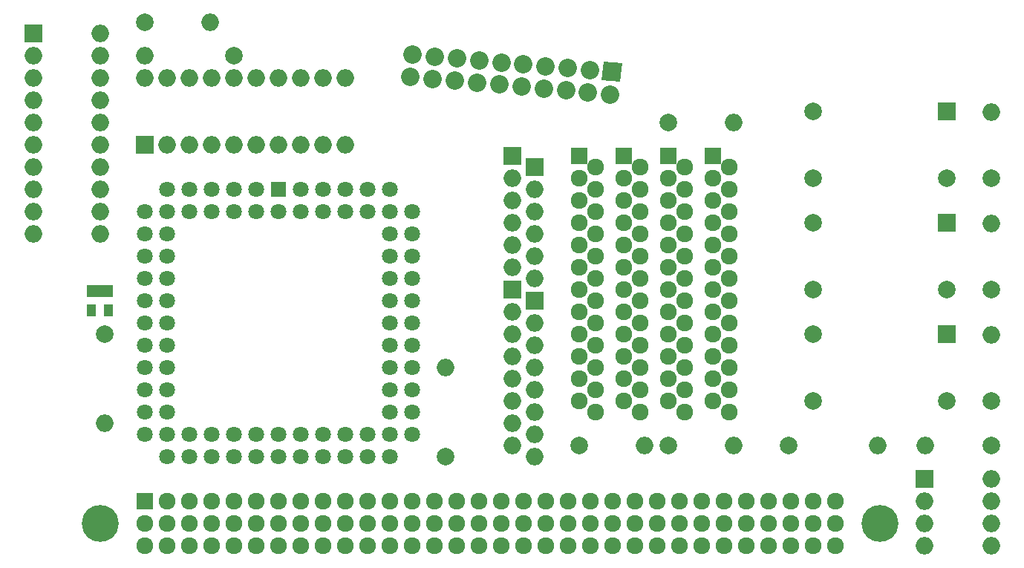
<source format=gbr>
G04 #@! TF.FileFunction,Soldermask,Top*
%FSLAX46Y46*%
G04 Gerber Fmt 4.6, Leading zero omitted, Abs format (unit mm)*
G04 Created by KiCad (PCBNEW 4.0.6) date Wednesday, 31 May 2017 22:47:01*
%MOMM*%
%LPD*%
G01*
G04 APERTURE LIST*
%ADD10C,0.100000*%
%ADD11R,1.924000X1.924000*%
%ADD12C,1.924000*%
%ADD13C,4.210000*%
%ADD14C,1.920000*%
%ADD15R,1.920000X1.920000*%
%ADD16R,2.000000X2.000000*%
%ADD17O,2.000000X2.000000*%
%ADD18C,2.000000*%
%ADD19C,2.127200*%
%ADD20R,1.797000X1.797000*%
%ADD21C,1.797000*%
%ADD22R,1.050000X1.460000*%
G04 APERTURE END LIST*
D10*
D11*
X187960000Y-102870000D03*
D12*
X189865000Y-104140000D03*
X187960000Y-105410000D03*
X189865000Y-106680000D03*
X187960000Y-107950000D03*
X189865000Y-109220000D03*
X187960000Y-110490000D03*
X189865000Y-111760000D03*
X187960000Y-113030000D03*
X189865000Y-114300000D03*
X187960000Y-115570000D03*
X189865000Y-116840000D03*
X187960000Y-118110000D03*
X189865000Y-119380000D03*
X187960000Y-120650000D03*
X189865000Y-121920000D03*
X187960000Y-123190000D03*
X189865000Y-124460000D03*
X187960000Y-125730000D03*
X189865000Y-127000000D03*
X187960000Y-128270000D03*
X189865000Y-129540000D03*
X187960000Y-130810000D03*
X189865000Y-132080000D03*
D11*
X198120000Y-102870000D03*
D12*
X200025000Y-104140000D03*
X198120000Y-105410000D03*
X200025000Y-106680000D03*
X198120000Y-107950000D03*
X200025000Y-109220000D03*
X198120000Y-110490000D03*
X200025000Y-111760000D03*
X198120000Y-113030000D03*
X200025000Y-114300000D03*
X198120000Y-115570000D03*
X200025000Y-116840000D03*
X198120000Y-118110000D03*
X200025000Y-119380000D03*
X198120000Y-120650000D03*
X200025000Y-121920000D03*
X198120000Y-123190000D03*
X200025000Y-124460000D03*
X198120000Y-125730000D03*
X200025000Y-127000000D03*
X198120000Y-128270000D03*
X200025000Y-129540000D03*
X198120000Y-130810000D03*
X200025000Y-132080000D03*
D11*
X203200000Y-102870000D03*
D12*
X205105000Y-104140000D03*
X203200000Y-105410000D03*
X205105000Y-106680000D03*
X203200000Y-107950000D03*
X205105000Y-109220000D03*
X203200000Y-110490000D03*
X205105000Y-111760000D03*
X203200000Y-113030000D03*
X205105000Y-114300000D03*
X203200000Y-115570000D03*
X205105000Y-116840000D03*
X203200000Y-118110000D03*
X205105000Y-119380000D03*
X203200000Y-120650000D03*
X205105000Y-121920000D03*
X203200000Y-123190000D03*
X205105000Y-124460000D03*
X203200000Y-125730000D03*
X205105000Y-127000000D03*
X203200000Y-128270000D03*
X205105000Y-129540000D03*
X203200000Y-130810000D03*
X205105000Y-132080000D03*
D13*
X133350000Y-144780000D03*
X222250000Y-144780000D03*
D14*
X143510000Y-142240000D03*
X146050000Y-142240000D03*
X148590000Y-142240000D03*
X151130000Y-142240000D03*
X153670000Y-142240000D03*
X156210000Y-142240000D03*
X158750000Y-142240000D03*
X161290000Y-142240000D03*
X163830000Y-142240000D03*
X166370000Y-142240000D03*
X168910000Y-142240000D03*
X171450000Y-142240000D03*
X173990000Y-142240000D03*
X176530000Y-142240000D03*
X179070000Y-142240000D03*
X181610000Y-142240000D03*
X184150000Y-142240000D03*
X186690000Y-142240000D03*
X189230000Y-142240000D03*
X191770000Y-142240000D03*
X194310000Y-142240000D03*
X196850000Y-142240000D03*
X199390000Y-142240000D03*
X201930000Y-142240000D03*
X204470000Y-142240000D03*
X207010000Y-142240000D03*
X209550000Y-142240000D03*
X212090000Y-142240000D03*
X214630000Y-142240000D03*
X217170000Y-142240000D03*
X140970000Y-142240000D03*
D15*
X138430000Y-142240000D03*
D14*
X138430000Y-144780000D03*
X140970000Y-144780000D03*
X143510000Y-144780000D03*
X146050000Y-144780000D03*
X148590000Y-144780000D03*
X151130000Y-144780000D03*
X153670000Y-144780000D03*
X156210000Y-144780000D03*
X158750000Y-144780000D03*
X161290000Y-144780000D03*
X163830000Y-144780000D03*
X166370000Y-144780000D03*
X168910000Y-144780000D03*
X171450000Y-144780000D03*
X173990000Y-144780000D03*
X176530000Y-144780000D03*
X179070000Y-144780000D03*
X181610000Y-144780000D03*
X184150000Y-144780000D03*
X186690000Y-144780000D03*
X189230000Y-144780000D03*
X191770000Y-144780000D03*
X194310000Y-144780000D03*
X196850000Y-144780000D03*
X199390000Y-144780000D03*
X201930000Y-144780000D03*
X204470000Y-144780000D03*
X207010000Y-144780000D03*
X209550000Y-144780000D03*
X212090000Y-144780000D03*
X214630000Y-144780000D03*
X217170000Y-144780000D03*
X138430000Y-147320000D03*
X140970000Y-147320000D03*
X143510000Y-147320000D03*
X146050000Y-147320000D03*
X148590000Y-147320000D03*
X151130000Y-147320000D03*
X153670000Y-147320000D03*
X156210000Y-147320000D03*
X158750000Y-147320000D03*
X161290000Y-147320000D03*
X163830000Y-147320000D03*
X166370000Y-147320000D03*
X168910000Y-147320000D03*
X171450000Y-147320000D03*
X173990000Y-147320000D03*
X176530000Y-147320000D03*
X179070000Y-147320000D03*
X181610000Y-147320000D03*
X184150000Y-147320000D03*
X186690000Y-147320000D03*
X189230000Y-147320000D03*
X191770000Y-147320000D03*
X194310000Y-147320000D03*
X196850000Y-147320000D03*
X199390000Y-147320000D03*
X201930000Y-147320000D03*
X204470000Y-147320000D03*
X207010000Y-147320000D03*
X209550000Y-147320000D03*
X212090000Y-147320000D03*
X214630000Y-147320000D03*
X217170000Y-147320000D03*
D16*
X182880000Y-104140000D03*
D17*
X182880000Y-106680000D03*
X182880000Y-109220000D03*
X182880000Y-111760000D03*
X182880000Y-114300000D03*
X182880000Y-116840000D03*
D16*
X180340000Y-102870000D03*
D17*
X180340000Y-105410000D03*
X180340000Y-107950000D03*
X180340000Y-110490000D03*
X180340000Y-113030000D03*
X180340000Y-115570000D03*
D16*
X180340000Y-118110000D03*
D17*
X180340000Y-120650000D03*
X180340000Y-123190000D03*
X180340000Y-125730000D03*
X180340000Y-128270000D03*
X180340000Y-130810000D03*
X180340000Y-133350000D03*
X180340000Y-135890000D03*
D16*
X182880000Y-119380000D03*
D17*
X182880000Y-121920000D03*
X182880000Y-124460000D03*
X182880000Y-127000000D03*
X182880000Y-129540000D03*
X182880000Y-132080000D03*
X182880000Y-134620000D03*
X182880000Y-137160000D03*
D16*
X229870000Y-97790000D03*
D18*
X229870000Y-105410000D03*
X214630000Y-105410000D03*
X214630000Y-97790000D03*
D16*
X229870000Y-110490000D03*
D18*
X229870000Y-118110000D03*
X214630000Y-118110000D03*
X214630000Y-110490000D03*
D16*
X229870000Y-123190000D03*
D18*
X229870000Y-130810000D03*
X214630000Y-130810000D03*
X214630000Y-123190000D03*
X234950000Y-105410000D03*
D17*
X234950000Y-97910000D03*
D18*
X234950000Y-118110000D03*
D17*
X234950000Y-110610000D03*
D18*
X234950000Y-130810000D03*
D17*
X234950000Y-123310000D03*
D18*
X138430000Y-87630000D03*
D17*
X145930000Y-87630000D03*
D18*
X187960000Y-135890000D03*
D17*
X195460000Y-135890000D03*
D18*
X198120000Y-99060000D03*
D17*
X205620000Y-99060000D03*
D18*
X198120000Y-135890000D03*
D17*
X205620000Y-135890000D03*
D18*
X234950000Y-135890000D03*
D17*
X227450000Y-135890000D03*
D10*
G36*
X192864259Y-92309400D02*
X192678861Y-94428506D01*
X190559755Y-94243108D01*
X190745153Y-92124002D01*
X192864259Y-92309400D01*
X192864259Y-92309400D01*
G37*
D19*
X191490631Y-95806589D02*
X191490631Y-95806589D01*
X189181672Y-93054878D02*
X189181672Y-93054878D01*
X188960297Y-95585213D02*
X188960297Y-95585213D01*
X186651338Y-92833503D02*
X186651338Y-92833503D01*
X186429962Y-95363837D02*
X186429962Y-95363837D01*
X184121003Y-92612127D02*
X184121003Y-92612127D01*
X183899628Y-95142462D02*
X183899628Y-95142462D01*
X181590669Y-92390752D02*
X181590669Y-92390752D01*
X181369293Y-94921086D02*
X181369293Y-94921086D01*
X179060334Y-92169376D02*
X179060334Y-92169376D01*
X178838959Y-94699711D02*
X178838959Y-94699711D01*
X176530000Y-91948000D02*
X176530000Y-91948000D01*
X176308624Y-94478335D02*
X176308624Y-94478335D01*
X173999665Y-91726625D02*
X173999665Y-91726625D01*
X173778290Y-94256959D02*
X173778290Y-94256959D01*
X171469331Y-91505249D02*
X171469331Y-91505249D01*
X171247955Y-94035584D02*
X171247955Y-94035584D01*
X168938996Y-91283874D02*
X168938996Y-91283874D01*
X168717621Y-93814208D02*
X168717621Y-93814208D01*
D18*
X148590000Y-91440000D03*
D17*
X138430000Y-91440000D03*
D18*
X133858000Y-123190000D03*
D17*
X133858000Y-133350000D03*
D18*
X172720000Y-137160000D03*
D17*
X172720000Y-127000000D03*
D18*
X211836000Y-135890000D03*
D17*
X221996000Y-135890000D03*
D20*
X153670000Y-106680000D03*
D21*
X153670000Y-109220000D03*
X151130000Y-106680000D03*
X151130000Y-109220000D03*
X148590000Y-106680000D03*
X148590000Y-109220000D03*
X146050000Y-106680000D03*
X146050000Y-109220000D03*
X143510000Y-106680000D03*
X143510000Y-109220000D03*
X140970000Y-106680000D03*
X138430000Y-109220000D03*
X140970000Y-109220000D03*
X138430000Y-111760000D03*
X140970000Y-111760000D03*
X138430000Y-114300000D03*
X140970000Y-114300000D03*
X138430000Y-116840000D03*
X140970000Y-116840000D03*
X138430000Y-119380000D03*
X140970000Y-119380000D03*
X138430000Y-121920000D03*
X140970000Y-121920000D03*
X138430000Y-124460000D03*
X140970000Y-124460000D03*
X138430000Y-127000000D03*
X140970000Y-127000000D03*
X138430000Y-129540000D03*
X140970000Y-129540000D03*
X138430000Y-132080000D03*
X140970000Y-132080000D03*
X138430000Y-134620000D03*
X140970000Y-137160000D03*
X140970000Y-134620000D03*
X143510000Y-137160000D03*
X143510000Y-134620000D03*
X146050000Y-137160000D03*
X146050000Y-134620000D03*
X148590000Y-137160000D03*
X148590000Y-134620000D03*
X151130000Y-137160000D03*
X151130000Y-134620000D03*
X153670000Y-137160000D03*
X153670000Y-134620000D03*
X156210000Y-137160000D03*
X156210000Y-134620000D03*
X158750000Y-137160000D03*
X158750000Y-134620000D03*
X161290000Y-137160000D03*
X161290000Y-134620000D03*
X163830000Y-137160000D03*
X163830000Y-134620000D03*
X166370000Y-137160000D03*
X168910000Y-134620000D03*
X166370000Y-134620000D03*
X168910000Y-132080000D03*
X166370000Y-132080000D03*
X168910000Y-129540000D03*
X166370000Y-129540000D03*
X168910000Y-127000000D03*
X166370000Y-127000000D03*
X168910000Y-124460000D03*
X166370000Y-124460000D03*
X168910000Y-121920000D03*
X166370000Y-121920000D03*
X168910000Y-119380000D03*
X166370000Y-119380000D03*
X168910000Y-116840000D03*
X166370000Y-116840000D03*
X168910000Y-114300000D03*
X166370000Y-114300000D03*
X168910000Y-111760000D03*
X166370000Y-111760000D03*
X168910000Y-109220000D03*
X166370000Y-106680000D03*
X166370000Y-109220000D03*
X163830000Y-106680000D03*
X163830000Y-109220000D03*
X161290000Y-106680000D03*
X161290000Y-109220000D03*
X158750000Y-106680000D03*
X158750000Y-109220000D03*
X156210000Y-106680000D03*
X156210000Y-109220000D03*
D16*
X125730000Y-88900000D03*
D17*
X133350000Y-111760000D03*
X125730000Y-91440000D03*
X133350000Y-109220000D03*
X125730000Y-93980000D03*
X133350000Y-106680000D03*
X125730000Y-96520000D03*
X133350000Y-104140000D03*
X125730000Y-99060000D03*
X133350000Y-101600000D03*
X125730000Y-101600000D03*
X133350000Y-99060000D03*
X125730000Y-104140000D03*
X133350000Y-96520000D03*
X125730000Y-106680000D03*
X133350000Y-93980000D03*
X125730000Y-109220000D03*
X133350000Y-91440000D03*
X125730000Y-111760000D03*
X133350000Y-88900000D03*
D22*
X134300000Y-118280000D03*
X133350000Y-118280000D03*
X132400000Y-118280000D03*
X132400000Y-120480000D03*
X134300000Y-120480000D03*
D16*
X138430000Y-101600000D03*
D17*
X161290000Y-93980000D03*
X140970000Y-101600000D03*
X158750000Y-93980000D03*
X143510000Y-101600000D03*
X156210000Y-93980000D03*
X146050000Y-101600000D03*
X153670000Y-93980000D03*
X148590000Y-101600000D03*
X151130000Y-93980000D03*
X151130000Y-101600000D03*
X148590000Y-93980000D03*
X153670000Y-101600000D03*
X146050000Y-93980000D03*
X156210000Y-101600000D03*
X143510000Y-93980000D03*
X158750000Y-101600000D03*
X140970000Y-93980000D03*
X161290000Y-101600000D03*
X138430000Y-93980000D03*
D16*
X227330000Y-139700000D03*
D17*
X234950000Y-147320000D03*
X227330000Y-142240000D03*
X234950000Y-144780000D03*
X227330000Y-144780000D03*
X234950000Y-142240000D03*
X227330000Y-147320000D03*
X234950000Y-139700000D03*
D11*
X193040000Y-102870000D03*
D12*
X194945000Y-104140000D03*
X193040000Y-105410000D03*
X194945000Y-106680000D03*
X193040000Y-107950000D03*
X194945000Y-109220000D03*
X193040000Y-110490000D03*
X194945000Y-111760000D03*
X193040000Y-113030000D03*
X194945000Y-114300000D03*
X193040000Y-115570000D03*
X194945000Y-116840000D03*
X193040000Y-118110000D03*
X194945000Y-119380000D03*
X193040000Y-120650000D03*
X194945000Y-121920000D03*
X193040000Y-123190000D03*
X194945000Y-124460000D03*
X193040000Y-125730000D03*
X194945000Y-127000000D03*
X193040000Y-128270000D03*
X194945000Y-129540000D03*
X193040000Y-130810000D03*
X194945000Y-132080000D03*
M02*

</source>
